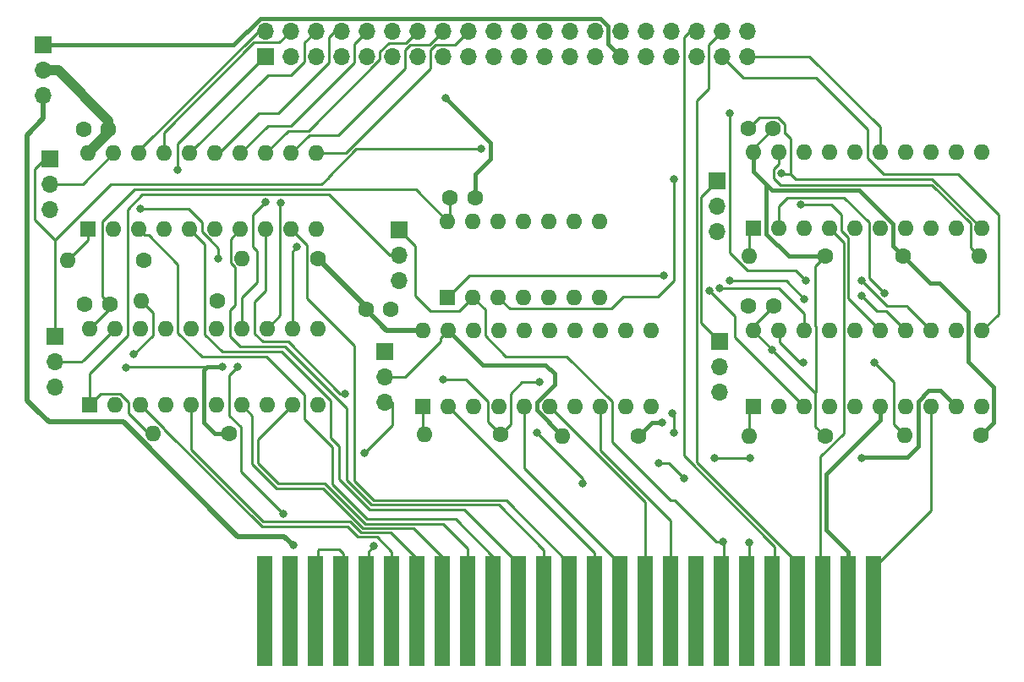
<source format=gbr>
%TF.GenerationSoftware,KiCad,Pcbnew,(6.0.7)*%
%TF.CreationDate,2022-12-14T18:08:10+00:00*%
%TF.ProjectId,MSX_DE1_Hat,4d53585f-4445-4315-9f48-61742e6b6963,1.1*%
%TF.SameCoordinates,Original*%
%TF.FileFunction,Copper,L1,Top*%
%TF.FilePolarity,Positive*%
%FSLAX46Y46*%
G04 Gerber Fmt 4.6, Leading zero omitted, Abs format (unit mm)*
G04 Created by KiCad (PCBNEW (6.0.7)) date 2022-12-14 18:08:10*
%MOMM*%
%LPD*%
G01*
G04 APERTURE LIST*
%TA.AperFunction,ComponentPad*%
%ADD10C,1.600000*%
%TD*%
%TA.AperFunction,ComponentPad*%
%ADD11R,1.700000X1.700000*%
%TD*%
%TA.AperFunction,ComponentPad*%
%ADD12O,1.700000X1.700000*%
%TD*%
%TA.AperFunction,ComponentPad*%
%ADD13R,1.600000X1.600000*%
%TD*%
%TA.AperFunction,ComponentPad*%
%ADD14O,1.600000X1.600000*%
%TD*%
%TA.AperFunction,ConnectorPad*%
%ADD15R,1.500000X11.000000*%
%TD*%
%TA.AperFunction,ViaPad*%
%ADD16C,0.800000*%
%TD*%
%TA.AperFunction,Conductor*%
%ADD17C,0.250000*%
%TD*%
%TA.AperFunction,Conductor*%
%ADD18C,0.400000*%
%TD*%
%TA.AperFunction,Conductor*%
%ADD19C,1.000000*%
%TD*%
%TA.AperFunction,Conductor*%
%ADD20C,0.500000*%
%TD*%
G04 APERTURE END LIST*
D10*
%TO.P,C1,1*%
%TO.N,GNDREF*%
X59396659Y-49582291D03*
%TO.P,C1,2*%
%TO.N,Vdd*%
X61896659Y-49582291D03*
%TD*%
%TO.P,C3,1*%
%TO.N,GNDREF*%
X90051103Y-50130479D03*
%TO.P,C3,2*%
%TO.N,Vdd*%
X87551103Y-50130479D03*
%TD*%
%TO.P,C2,1*%
%TO.N,GNDREF*%
X59282166Y-32103329D03*
%TO.P,C2,2*%
%TO.N,Vdd*%
X61782166Y-32103329D03*
%TD*%
D11*
%TO.P,J5,1,Pin_1*%
%TO.N,Net-(J3-Pad1)*%
X89408000Y-54356000D03*
D12*
%TO.P,J5,2,Pin_2*%
%TO.N,Net-(J5-Pad2)*%
X89408000Y-56896000D03*
%TO.P,J5,3,Pin_3*%
%TO.N,GNDREF*%
X89408000Y-59436000D03*
%TD*%
D11*
%TO.P,J1,1,Pin_1*%
%TO.N,C_D7*%
X77470000Y-24747500D03*
D12*
%TO.P,J1,2,Pin_2*%
%TO.N,C_A5*%
X77470000Y-22207500D03*
%TO.P,J1,3,Pin_3*%
%TO.N,C_D6*%
X80010000Y-24747500D03*
%TO.P,J1,4,Pin_4*%
%TO.N,C_A4*%
X80010000Y-22207500D03*
%TO.P,J1,5,Pin_5*%
%TO.N,C_D5*%
X82550000Y-24747500D03*
%TO.P,J1,6,Pin_6*%
%TO.N,C_A3*%
X82550000Y-22207500D03*
%TO.P,J1,7,Pin_7*%
%TO.N,C_D4*%
X85090000Y-24747500D03*
%TO.P,J1,8,Pin_8*%
%TO.N,C_A2*%
X85090000Y-22207500D03*
%TO.P,J1,9,Pin_9*%
%TO.N,C_D3*%
X87630000Y-24747500D03*
%TO.P,J1,10,Pin_10*%
%TO.N,C_A1*%
X87630000Y-22207500D03*
%TO.P,J1,11,Pin_11*%
%TO.N,unconnected-(J1-Pad11)*%
X90170000Y-24747500D03*
%TO.P,J1,12,Pin_12*%
%TO.N,GNDREF*%
X90170000Y-22207500D03*
%TO.P,J1,13,Pin_13*%
%TO.N,C_D2*%
X92710000Y-24747500D03*
%TO.P,J1,14,Pin_14*%
%TO.N,C_A0*%
X92710000Y-22207500D03*
%TO.P,J1,15,Pin_15*%
%TO.N,C_D1*%
X95250000Y-24747500D03*
%TO.P,J1,16,Pin_16*%
%TO.N,C_A14*%
X95250000Y-22207500D03*
%TO.P,J1,17,Pin_17*%
%TO.N,C_D0*%
X97790000Y-24747500D03*
%TO.P,J1,18,Pin_18*%
%TO.N,C_A13*%
X97790000Y-22207500D03*
%TO.P,J1,19,Pin_19*%
%TO.N,C_A12*%
X100330000Y-24747500D03*
%TO.P,J1,20,Pin_20*%
%TO.N,C_A8*%
X100330000Y-22207500D03*
%TO.P,J1,21,Pin_21*%
%TO.N,C_A7*%
X102870000Y-24747500D03*
%TO.P,J1,22,Pin_22*%
%TO.N,C_A6*%
X102870000Y-22207500D03*
%TO.P,J1,23,Pin_23*%
%TO.N,C_A10*%
X105410000Y-24747500D03*
%TO.P,J1,24,Pin_24*%
%TO.N,C_A11*%
X105410000Y-22207500D03*
%TO.P,J1,25,Pin_25*%
%TO.N,C_A15*%
X107950000Y-24747500D03*
%TO.P,J1,26,Pin_26*%
%TO.N,C_A9*%
X107950000Y-22207500D03*
%TO.P,J1,27,Pin_27*%
%TO.N,{slash}C_RD*%
X110490000Y-24747500D03*
%TO.P,J1,28,Pin_28*%
%TO.N,{slash}C_WR*%
X110490000Y-22207500D03*
%TO.P,J1,29,Pin_29*%
%TO.N,+3.3V*%
X113030000Y-24747500D03*
%TO.P,J1,30,Pin_30*%
%TO.N,GNDREF*%
X113030000Y-22207500D03*
%TO.P,J1,31,Pin_31*%
%TO.N,{slash}C_MREQ*%
X115570000Y-24747500D03*
%TO.P,J1,32,Pin_32*%
%TO.N,{slash}C_IORQ*%
X115570000Y-22207500D03*
%TO.P,J1,33,Pin_33*%
%TO.N,{slash}C_SLTSL*%
X118110000Y-24747500D03*
%TO.P,J1,34,Pin_34*%
%TO.N,{slash}C_CS1*%
X118110000Y-22207500D03*
%TO.P,J1,35,Pin_35*%
%TO.N,{slash}C_CS2*%
X120650000Y-24747500D03*
%TO.P,J1,36,Pin_36*%
%TO.N,{slash}BUSDIR*%
X120650000Y-22207500D03*
%TO.P,J1,37,Pin_37*%
%TO.N,{slash}C_M1*%
X123190000Y-24747500D03*
%TO.P,J1,38,Pin_38*%
%TO.N,{slash}INT*%
X123190000Y-22207500D03*
%TO.P,J1,39,Pin_39*%
%TO.N,C_CLOCK*%
X125730000Y-24747500D03*
%TO.P,J1,40,Pin_40*%
%TO.N,{slash}WAIT*%
X125730000Y-22207500D03*
%TD*%
D10*
%TO.P,C5,1*%
%TO.N,GNDREF*%
X125825897Y-31997953D03*
%TO.P,C5,2*%
%TO.N,Vdd*%
X128325897Y-31997953D03*
%TD*%
D13*
%TO.P,U5,1,DIR*%
%TO.N,Net-(R5-Pad2)*%
X126340094Y-41991078D03*
D14*
%TO.P,U5,2,A1*%
%TO.N,{slash}CS12*%
X128880094Y-41991078D03*
%TO.P,U5,3,A2*%
%TO.N,{slash}RESET*%
X131420094Y-41991078D03*
%TO.P,U5,4,A3*%
%TO.N,{slash}RFSH*%
X133960094Y-41991078D03*
%TO.P,U5,5,A4*%
%TO.N,CLOCK*%
X136500094Y-41991078D03*
%TO.P,U5,6,A5*%
%TO.N,unconnected-(U5-Pad6)*%
X139040094Y-41991078D03*
%TO.P,U5,7,A6*%
%TO.N,unconnected-(U5-Pad7)*%
X141580094Y-41991078D03*
%TO.P,U5,8,A7*%
%TO.N,unconnected-(U5-Pad8)*%
X144120094Y-41991078D03*
%TO.P,U5,9,A8*%
%TO.N,unconnected-(U5-Pad9)*%
X146660094Y-41991078D03*
%TO.P,U5,10,GND*%
%TO.N,GNDREF*%
X149200094Y-41991078D03*
%TO.P,U5,11,B8*%
%TO.N,unconnected-(U5-Pad11)*%
X149200094Y-34371078D03*
%TO.P,U5,12,B7*%
%TO.N,unconnected-(U5-Pad12)*%
X146660094Y-34371078D03*
%TO.P,U5,13,B6*%
%TO.N,unconnected-(U5-Pad13)*%
X144120094Y-34371078D03*
%TO.P,U5,14,B5*%
%TO.N,unconnected-(U5-Pad14)*%
X141580094Y-34371078D03*
%TO.P,U5,15,B4*%
%TO.N,C_CLOCK*%
X139040094Y-34371078D03*
%TO.P,U5,16,B3*%
%TO.N,{slash}C_RFSH*%
X136500094Y-34371078D03*
%TO.P,U5,17,B2*%
%TO.N,{slash}C_RESET*%
X133960094Y-34371078D03*
%TO.P,U5,18,B1*%
%TO.N,{slash}C_CS12*%
X131420094Y-34371078D03*
%TO.P,U5,19,/OE*%
%TO.N,Net-(J3-Pad2)*%
X128880094Y-34371078D03*
%TO.P,U5,20,Vcc*%
%TO.N,Vdd*%
X126340094Y-34371078D03*
%TD*%
D10*
%TO.P,C6,1*%
%TO.N,GNDREF*%
X98476309Y-38890789D03*
%TO.P,C6,2*%
%TO.N,Vdd*%
X95976309Y-38890789D03*
%TD*%
%TO.P,R4,1*%
%TO.N,Vdd*%
X101008467Y-62598010D03*
D14*
%TO.P,R4,2*%
%TO.N,Net-(R4-Pad2)*%
X93388467Y-62598010D03*
%TD*%
D11*
%TO.P,J2,1,Pin_1*%
%TO.N,{slash}RD*%
X90860506Y-42164000D03*
D12*
%TO.P,J2,2,Pin_2*%
%TO.N,Net-(J2-Pad2)*%
X90860506Y-44704000D03*
%TO.P,J2,3,Pin_3*%
%TO.N,unconnected-(J2-Pad3)*%
X90860506Y-47244000D03*
%TD*%
D13*
%TO.P,U3,1,DIR*%
%TO.N,Net-(R4-Pad2)*%
X93268761Y-59816810D03*
D14*
%TO.P,U3,2,A1*%
%TO.N,A8*%
X95808761Y-59816810D03*
%TO.P,U3,3,A2*%
%TO.N,A12*%
X98348761Y-59816810D03*
%TO.P,U3,4,A3*%
%TO.N,A7*%
X100888761Y-59816810D03*
%TO.P,U3,5,A4*%
%TO.N,A6*%
X103428761Y-59816810D03*
%TO.P,U3,6,A5*%
%TO.N,A10*%
X105968761Y-59816810D03*
%TO.P,U3,7,A6*%
%TO.N,A11*%
X108508761Y-59816810D03*
%TO.P,U3,8,A7*%
%TO.N,A15*%
X111048761Y-59816810D03*
%TO.P,U3,9,A8*%
%TO.N,A9*%
X113588761Y-59816810D03*
%TO.P,U3,10,GND*%
%TO.N,GNDREF*%
X116128761Y-59816810D03*
%TO.P,U3,11,B8*%
%TO.N,C_A9*%
X116128761Y-52196810D03*
%TO.P,U3,12,B7*%
%TO.N,C_A15*%
X113588761Y-52196810D03*
%TO.P,U3,13,B6*%
%TO.N,C_A11*%
X111048761Y-52196810D03*
%TO.P,U3,14,B5*%
%TO.N,C_A10*%
X108508761Y-52196810D03*
%TO.P,U3,15,B4*%
%TO.N,C_A6*%
X105968761Y-52196810D03*
%TO.P,U3,16,B3*%
%TO.N,C_A7*%
X103428761Y-52196810D03*
%TO.P,U3,17,B2*%
%TO.N,C_A12*%
X100888761Y-52196810D03*
%TO.P,U3,18,B1*%
%TO.N,C_A8*%
X98348761Y-52196810D03*
%TO.P,U3,19,/OE*%
%TO.N,Net-(J5-Pad2)*%
X95808761Y-52196810D03*
%TO.P,U3,20,Vcc*%
%TO.N,Vdd*%
X93268761Y-52196810D03*
%TD*%
D15*
%TO.P,CONN1,2,/CS2*%
%TO.N,{slash}CS2*%
X138382025Y-80314405D03*
%TO.P,CONN1,4,/SLTSL*%
%TO.N,{slash}SLTSL*%
X135842025Y-80314405D03*
%TO.P,CONN1,6,/RFSH*%
%TO.N,{slash}RFSH*%
X133302025Y-80314405D03*
%TO.P,CONN1,8,/INT*%
%TO.N,{slash}INT*%
X130762025Y-80314405D03*
%TO.P,CONN1,10,/BUSDIR*%
%TO.N,{slash}BUSDIR*%
X128222025Y-80314405D03*
%TO.P,CONN1,12,/MERQ*%
%TO.N,{slash}MREQ*%
X125682025Y-80314405D03*
%TO.P,CONN1,14,/RD*%
%TO.N,{slash}RD*%
X123142025Y-80314405D03*
%TO.P,CONN1,16,RSV_(NC)*%
%TO.N,unconnected-(CONN1-Pad16)*%
X120602025Y-80314405D03*
%TO.P,CONN1,18,A15*%
%TO.N,A15*%
X118062025Y-80314405D03*
%TO.P,CONN1,20,A10*%
%TO.N,A10*%
X115522025Y-80314405D03*
%TO.P,CONN1,22,A6*%
%TO.N,A6*%
X112982025Y-80314405D03*
%TO.P,CONN1,24,A8*%
%TO.N,A8*%
X110442025Y-80314405D03*
%TO.P,CONN1,26,A13*%
%TO.N,A13*%
X107902025Y-80314405D03*
%TO.P,CONN1,28,A0*%
%TO.N,A0*%
X105362025Y-80314405D03*
%TO.P,CONN1,30,A2*%
%TO.N,A2*%
X102822025Y-80314405D03*
%TO.P,CONN1,32,A4*%
%TO.N,A4*%
X100282025Y-80314405D03*
%TO.P,CONN1,34,D0*%
%TO.N,D0*%
X97742025Y-80314405D03*
%TO.P,CONN1,36,D2*%
%TO.N,D2*%
X95202025Y-80314405D03*
%TO.P,CONN1,38,D4*%
%TO.N,D4*%
X92662025Y-80314405D03*
%TO.P,CONN1,40,D6*%
%TO.N,D6*%
X90122025Y-80314405D03*
%TO.P,CONN1,42,CLOCK*%
%TO.N,CLOCK*%
X87582025Y-80314405D03*
%TO.P,CONN1,44,SW1*%
%TO.N,SW1*%
X85042025Y-80314405D03*
%TO.P,CONN1,46,SW2*%
X82502025Y-80314405D03*
%TO.P,CONN1,48,+12V*%
%TO.N,+12V*%
X79962025Y-80314405D03*
%TO.P,CONN1,50,-12V*%
%TO.N,-12V*%
X77422025Y-80314405D03*
%TD*%
D11*
%TO.P,J3,1,Pin_1*%
%TO.N,Net-(J3-Pad1)*%
X122689074Y-37226609D03*
D12*
%TO.P,J3,2,Pin_2*%
%TO.N,Net-(J3-Pad2)*%
X122689074Y-39766609D03*
%TO.P,J3,3,Pin_3*%
%TO.N,GNDREF*%
X122689074Y-42306609D03*
%TD*%
D11*
%TO.P,J4,1,Pin_1*%
%TO.N,Net-(J3-Pad1)*%
X122995848Y-53340000D03*
D12*
%TO.P,J4,2,Pin_2*%
%TO.N,Net-(J4-Pad2)*%
X122995848Y-55880000D03*
%TO.P,J4,3,Pin_3*%
%TO.N,GNDREF*%
X122995848Y-58420000D03*
%TD*%
D11*
%TO.P,J7,1,Pin_1*%
%TO.N,Net-(J3-Pad1)*%
X56388000Y-52832000D03*
D12*
%TO.P,J7,2,Pin_2*%
%TO.N,Net-(J7-Pad2)*%
X56388000Y-55372000D03*
%TO.P,J7,3,Pin_3*%
%TO.N,GNDREF*%
X56388000Y-57912000D03*
%TD*%
D10*
%TO.P,R10,1*%
%TO.N,Vdd*%
X72671821Y-49259272D03*
D14*
%TO.P,R10,2*%
%TO.N,Net-(J7-Pad2)*%
X65051821Y-49259272D03*
%TD*%
D10*
%TO.P,R5,1*%
%TO.N,Vdd*%
X133528705Y-44789838D03*
D14*
%TO.P,R5,2*%
%TO.N,Net-(R5-Pad2)*%
X125908705Y-44789838D03*
%TD*%
D10*
%TO.P,R7,1*%
%TO.N,Vdd*%
X141349182Y-44801723D03*
D14*
%TO.P,R7,2*%
%TO.N,Net-(J3-Pad2)*%
X148969182Y-44801723D03*
%TD*%
D10*
%TO.P,R8,1*%
%TO.N,Vdd*%
X114841727Y-62777861D03*
D14*
%TO.P,R8,2*%
%TO.N,Net-(J5-Pad2)*%
X107221727Y-62777861D03*
%TD*%
D10*
%TO.P,R2,1*%
%TO.N,Vdd*%
X73826094Y-62523366D03*
D14*
%TO.P,R2,2*%
%TO.N,Net-(J2-Pad2)*%
X66206094Y-62523366D03*
%TD*%
D13*
%TO.P,U6,1*%
%TO.N,{slash}WR*%
X95735371Y-48920285D03*
D14*
%TO.P,U6,2*%
%TO.N,{slash}RD*%
X98275371Y-48920285D03*
%TO.P,U6,3*%
%TO.N,Net-(J3-Pad1)*%
X100815371Y-48920285D03*
%TO.P,U6,4*%
%TO.N,unconnected-(U6-Pad4)*%
X103355371Y-48920285D03*
%TO.P,U6,5*%
%TO.N,unconnected-(U6-Pad5)*%
X105895371Y-48920285D03*
%TO.P,U6,6*%
%TO.N,unconnected-(U6-Pad6)*%
X108435371Y-48920285D03*
%TO.P,U6,7,VSS*%
%TO.N,GNDREF*%
X110975371Y-48920285D03*
%TO.P,U6,8*%
%TO.N,unconnected-(U6-Pad8)*%
X110975371Y-41300285D03*
%TO.P,U6,9*%
%TO.N,unconnected-(U6-Pad9)*%
X108435371Y-41300285D03*
%TO.P,U6,10*%
%TO.N,unconnected-(U6-Pad10)*%
X105895371Y-41300285D03*
%TO.P,U6,11*%
%TO.N,unconnected-(U6-Pad11)*%
X103355371Y-41300285D03*
%TO.P,U6,12*%
%TO.N,unconnected-(U6-Pad12)*%
X100815371Y-41300285D03*
%TO.P,U6,13*%
%TO.N,unconnected-(U6-Pad13)*%
X98275371Y-41300285D03*
%TO.P,U6,14,VDD*%
%TO.N,Vdd*%
X95735371Y-41300285D03*
%TD*%
D10*
%TO.P,R3,1*%
%TO.N,Vdd*%
X133519314Y-62790942D03*
D14*
%TO.P,R3,2*%
%TO.N,Net-(R3-Pad2)*%
X125899314Y-62790942D03*
%TD*%
D13*
%TO.P,U1,1,DIR*%
%TO.N,Net-(J2-Pad2)*%
X59838625Y-59680000D03*
D14*
%TO.P,U1,2,A1*%
%TO.N,D7*%
X62378625Y-59680000D03*
%TO.P,U1,3,A2*%
%TO.N,D6*%
X64918625Y-59680000D03*
%TO.P,U1,4,A3*%
%TO.N,D5*%
X67458625Y-59680000D03*
%TO.P,U1,5,A4*%
%TO.N,D4*%
X69998625Y-59680000D03*
%TO.P,U1,6,A5*%
%TO.N,D3*%
X72538625Y-59680000D03*
%TO.P,U1,7,A6*%
%TO.N,D2*%
X75078625Y-59680000D03*
%TO.P,U1,8,A7*%
%TO.N,D1*%
X77618625Y-59680000D03*
%TO.P,U1,9,A8*%
%TO.N,D0*%
X80158625Y-59680000D03*
%TO.P,U1,10,GND*%
%TO.N,GNDREF*%
X82698625Y-59680000D03*
%TO.P,U1,11,B8*%
%TO.N,C_D0*%
X82698625Y-52060000D03*
%TO.P,U1,12,B7*%
%TO.N,C_D1*%
X80158625Y-52060000D03*
%TO.P,U1,13,B6*%
%TO.N,C_D2*%
X77618625Y-52060000D03*
%TO.P,U1,14,B5*%
%TO.N,C_D3*%
X75078625Y-52060000D03*
%TO.P,U1,15,B4*%
%TO.N,C_D4*%
X72538625Y-52060000D03*
%TO.P,U1,16,B3*%
%TO.N,C_D5*%
X69998625Y-52060000D03*
%TO.P,U1,17,B2*%
%TO.N,C_D6*%
X67458625Y-52060000D03*
%TO.P,U1,18,B1*%
%TO.N,C_D7*%
X64918625Y-52060000D03*
%TO.P,U1,19,/OE*%
%TO.N,Net-(J7-Pad2)*%
X62378625Y-52060000D03*
%TO.P,U1,20,Vcc*%
%TO.N,Vdd*%
X59838625Y-52060000D03*
%TD*%
%TO.P,R9,2*%
%TO.N,Net-(J6-Pad2)*%
X75118457Y-44999999D03*
D10*
%TO.P,R9,1*%
%TO.N,Vdd*%
X82738457Y-44999999D03*
%TD*%
D13*
%TO.P,U2,1,DIR*%
%TO.N,Net-(R1-Pad2)*%
X59751269Y-42090750D03*
D14*
%TO.P,U2,2,A1*%
%TO.N,A5*%
X62291269Y-42090750D03*
%TO.P,U2,3,A2*%
%TO.N,A4*%
X64831269Y-42090750D03*
%TO.P,U2,4,A3*%
%TO.N,A3*%
X67371269Y-42090750D03*
%TO.P,U2,5,A4*%
%TO.N,A2*%
X69911269Y-42090750D03*
%TO.P,U2,6,A5*%
%TO.N,A1*%
X72451269Y-42090750D03*
%TO.P,U2,7,A6*%
%TO.N,A0*%
X74991269Y-42090750D03*
%TO.P,U2,8,A7*%
%TO.N,A14*%
X77531269Y-42090750D03*
%TO.P,U2,9,A8*%
%TO.N,A13*%
X80071269Y-42090750D03*
%TO.P,U2,10,GND*%
%TO.N,GNDREF*%
X82611269Y-42090750D03*
%TO.P,U2,11,B8*%
%TO.N,C_A13*%
X82611269Y-34470750D03*
%TO.P,U2,12,B7*%
%TO.N,C_A14*%
X80071269Y-34470750D03*
%TO.P,U2,13,B6*%
%TO.N,C_A0*%
X77531269Y-34470750D03*
%TO.P,U2,14,B5*%
%TO.N,C_A1*%
X74991269Y-34470750D03*
%TO.P,U2,15,B4*%
%TO.N,C_A2*%
X72451269Y-34470750D03*
%TO.P,U2,16,B3*%
%TO.N,C_A3*%
X69911269Y-34470750D03*
%TO.P,U2,17,B2*%
%TO.N,C_A4*%
X67371269Y-34470750D03*
%TO.P,U2,18,B1*%
%TO.N,C_A5*%
X64831269Y-34470750D03*
%TO.P,U2,19,/OE*%
%TO.N,Net-(J6-Pad2)*%
X62291269Y-34470750D03*
%TO.P,U2,20,Vcc*%
%TO.N,Vdd*%
X59751269Y-34470750D03*
%TD*%
D10*
%TO.P,R1,1*%
%TO.N,Vdd*%
X65278000Y-45212000D03*
D14*
%TO.P,R1,2*%
%TO.N,Net-(R1-Pad2)*%
X57658000Y-45212000D03*
%TD*%
D10*
%TO.P,R6,1*%
%TO.N,Vdd*%
X149087772Y-62738091D03*
D14*
%TO.P,R6,2*%
%TO.N,Net-(J4-Pad2)*%
X141467772Y-62738091D03*
%TD*%
D10*
%TO.P,C4,1*%
%TO.N,GNDREF*%
X125844258Y-49804272D03*
%TO.P,C4,2*%
%TO.N,Vdd*%
X128344258Y-49804272D03*
%TD*%
D11*
%TO.P,J8,1,Pin_1*%
%TO.N,+3.3V*%
X55247838Y-23631758D03*
D12*
%TO.P,J8,2,Pin_2*%
%TO.N,Vdd*%
X55247838Y-26171758D03*
%TO.P,J8,3,Pin_3*%
%TO.N,+5V*%
X55247838Y-28711758D03*
%TD*%
D11*
%TO.P,J6,1,Pin_1*%
%TO.N,Net-(J3-Pad1)*%
X55880000Y-35052000D03*
D12*
%TO.P,J6,2,Pin_2*%
%TO.N,Net-(J6-Pad2)*%
X55880000Y-37592000D03*
%TO.P,J6,3,Pin_3*%
%TO.N,GNDREF*%
X55880000Y-40132000D03*
%TD*%
D13*
%TO.P,U4,1,DIR*%
%TO.N,Net-(R3-Pad2)*%
X126356514Y-59858244D03*
D14*
%TO.P,U4,2,A1*%
%TO.N,{slash}RD*%
X128896514Y-59858244D03*
%TO.P,U4,3,A2*%
%TO.N,{slash}WR*%
X131436514Y-59858244D03*
%TO.P,U4,4,A3*%
%TO.N,{slash}MREQ*%
X133976514Y-59858244D03*
%TO.P,U4,5,A4*%
%TO.N,{slash}IORQ*%
X136516514Y-59858244D03*
%TO.P,U4,6,A5*%
%TO.N,{slash}SLTSL*%
X139056514Y-59858244D03*
%TO.P,U4,7,A6*%
%TO.N,{slash}CS1*%
X141596514Y-59858244D03*
%TO.P,U4,8,A7*%
%TO.N,{slash}CS2*%
X144136514Y-59858244D03*
%TO.P,U4,9,A8*%
%TO.N,{slash}M1*%
X146676514Y-59858244D03*
%TO.P,U4,10,GND*%
%TO.N,GNDREF*%
X149216514Y-59858244D03*
%TO.P,U4,11,B8*%
%TO.N,{slash}C_M1*%
X149216514Y-52238244D03*
%TO.P,U4,12,B7*%
%TO.N,{slash}C_CS2*%
X146676514Y-52238244D03*
%TO.P,U4,13,B6*%
%TO.N,{slash}C_CS1*%
X144136514Y-52238244D03*
%TO.P,U4,14,B5*%
%TO.N,{slash}C_SLTSL*%
X141596514Y-52238244D03*
%TO.P,U4,15,B4*%
%TO.N,{slash}C_IORQ*%
X139056514Y-52238244D03*
%TO.P,U4,16,B3*%
%TO.N,{slash}C_MREQ*%
X136516514Y-52238244D03*
%TO.P,U4,17,B2*%
%TO.N,{slash}C_WR*%
X133976514Y-52238244D03*
%TO.P,U4,18,B1*%
%TO.N,{slash}C_RD*%
X131436514Y-52238244D03*
%TO.P,U4,19,/OE*%
%TO.N,Net-(J4-Pad2)*%
X128896514Y-52238244D03*
%TO.P,U4,20,Vcc*%
%TO.N,Vdd*%
X126356514Y-52238244D03*
%TD*%
D16*
%TO.N,GNDREF*%
X95502725Y-28955089D03*
%TO.N,Net-(J4-Pad2)*%
X138465547Y-55462999D03*
X131349270Y-55436544D03*
%TO.N,GNDREF*%
X129127176Y-36481632D03*
X109220000Y-67564000D03*
X118239558Y-60536449D03*
X87376000Y-64516000D03*
X104648000Y-62484000D03*
X118364000Y-62484000D03*
%TO.N,{slash}C_CS1*%
X137160000Y-47244000D03*
%TO.N,{slash}C_SLTSL*%
X137160000Y-48768000D03*
%TO.N,{slash}C_IORQ*%
X131064000Y-39624000D03*
%TO.N,+5V*%
X80260003Y-73721274D03*
%TO.N,{slash}C_MREQ*%
X123952000Y-30480000D03*
X131572000Y-47244000D03*
%TO.N,{slash}C_RD*%
X122971349Y-47983609D03*
%TO.N,C_D7*%
X68662042Y-36167567D03*
%TO.N,C_D2*%
X78990485Y-39399985D03*
%TO.N,C_D1*%
X80650904Y-43822113D03*
%TO.N,{slash}CS12*%
X139464507Y-48495493D03*
%TO.N,{slash}M1*%
X137160000Y-65000000D03*
%TO.N,{slash}MREQ*%
X125920514Y-73488871D03*
%TO.N,{slash}WR*%
X117348000Y-46736000D03*
X121920000Y-48260000D03*
%TO.N,{slash}RD*%
X123295831Y-73358388D03*
%TO.N,A14*%
X85461637Y-58562351D03*
%TO.N,CLOCK*%
X79248000Y-70612000D03*
X125984000Y-65024000D03*
X122428000Y-65024000D03*
X74676000Y-55880000D03*
X116840000Y-65532000D03*
X88362534Y-73819699D03*
X119380000Y-67056000D03*
%TO.N,{slash}C_WR*%
X123952000Y-47244000D03*
X131449423Y-49046164D03*
%TO.N,Net-(J3-Pad1)*%
X118364000Y-37084000D03*
X99060000Y-34036000D03*
%TO.N,Net-(J6-Pad2)*%
X72735151Y-44989548D03*
X65000000Y-40000000D03*
%TO.N,C_D3*%
X77470000Y-39370000D03*
%TO.N,Net-(J7-Pad2)*%
X64259272Y-54629636D03*
%TO.N,Vdd*%
X73152000Y-55880000D03*
X63501085Y-55974542D03*
X95250000Y-57150000D03*
X104937292Y-57405939D03*
X117222182Y-61441817D03*
X128245135Y-54126865D03*
%TD*%
D17*
%TO.N,A0*%
X105362025Y-74231583D02*
X105362025Y-80314405D01*
X100828216Y-69697774D02*
X105362025Y-74231583D01*
X88114170Y-69697774D02*
X100828216Y-69697774D01*
X85598836Y-67182440D02*
X88114170Y-69697774D01*
X85598836Y-59975244D02*
X85598836Y-67182440D01*
X79471592Y-53848000D02*
X85598836Y-59975244D01*
X74404282Y-49717817D02*
X73941817Y-50180282D01*
X73941817Y-52850985D02*
X74938832Y-53848000D01*
X74404282Y-45876815D02*
X74404282Y-49717817D01*
X74938832Y-53848000D02*
X79471592Y-53848000D01*
X73993457Y-45465990D02*
X74404282Y-45876815D01*
X73993457Y-43088562D02*
X73993457Y-45465990D01*
X74991269Y-42090750D02*
X73993457Y-43088562D01*
X73941817Y-50180282D02*
X73941817Y-52850985D01*
%TO.N,Vdd*%
X104922507Y-57420724D02*
X104937292Y-57405939D01*
X103130545Y-57420724D02*
X104922507Y-57420724D01*
D18*
%TO.N,Net-(J5-Pad2)*%
X99286674Y-55674723D02*
X95808761Y-52196810D01*
X106410463Y-57678051D02*
X106410463Y-56547189D01*
X105537997Y-55674723D02*
X99286674Y-55674723D01*
X104647272Y-60203406D02*
X104647272Y-59441242D01*
X106410463Y-56547189D02*
X105537997Y-55674723D01*
X107221727Y-62777861D02*
X104647272Y-60203406D01*
X104647272Y-59441242D02*
X106410463Y-57678051D01*
%TO.N,{slash}SLTSL*%
X135842025Y-74417844D02*
X135842025Y-80314405D01*
%TO.N,GNDREF*%
X100000000Y-33452364D02*
X95502725Y-28955089D01*
X100000000Y-35000000D02*
X100000000Y-33452364D01*
X98476309Y-36523691D02*
X100000000Y-35000000D01*
X98476309Y-38890789D02*
X98476309Y-36523691D01*
%TO.N,+3.3V*%
X111776908Y-21726641D02*
X111776908Y-23494408D01*
X111776908Y-23494408D02*
X113030000Y-24747500D01*
%TO.N,{slash}SLTSL*%
X133590546Y-72166365D02*
X135842025Y-74417844D01*
X139056514Y-61162575D02*
X133590546Y-66628543D01*
X139056514Y-59858244D02*
X139056514Y-61162575D01*
X133590546Y-66628543D02*
X133590546Y-72166365D01*
D17*
%TO.N,{slash}RFSH*%
X135391514Y-62509733D02*
X135391514Y-43422498D01*
X133026182Y-64875065D02*
X135391514Y-62509733D01*
X133026182Y-80006416D02*
X133026182Y-64875065D01*
X135391514Y-43422498D02*
X133960094Y-41991078D01*
X133529749Y-80509983D02*
X133026182Y-80006416D01*
D18*
%TO.N,{slash}M1*%
X143875637Y-58267359D02*
X145085629Y-58267359D01*
X142817454Y-59325542D02*
X143875637Y-58267359D01*
X142817454Y-63822816D02*
X142817454Y-59325542D01*
X137252547Y-64907453D02*
X141732817Y-64907453D01*
X137160000Y-65000000D02*
X137252547Y-64907453D01*
X141732817Y-64907453D02*
X142817454Y-63822816D01*
X145085629Y-58267359D02*
X146676514Y-59858244D01*
D17*
%TO.N,Net-(J4-Pad2)*%
X140357180Y-61627499D02*
X141467772Y-62738091D01*
X138465547Y-55462999D02*
X140357180Y-57354632D01*
X140357180Y-57354632D02*
X140357180Y-61627499D01*
X131031816Y-55436544D02*
X131349270Y-55436544D01*
X128994815Y-53399543D02*
X131031816Y-55436544D01*
X128896514Y-52238244D02*
X128994815Y-52336545D01*
X128994815Y-52336545D02*
X128994815Y-53399543D01*
D18*
%TO.N,Vdd*%
X140291000Y-43743541D02*
X140291000Y-41544927D01*
X141349182Y-44801723D02*
X140291000Y-43743541D01*
X144047459Y-47500000D02*
X141349182Y-44801723D01*
X145000000Y-47500000D02*
X144047459Y-47500000D01*
X127500000Y-37500000D02*
X127617575Y-37617575D01*
X127500000Y-37500000D02*
X126340094Y-36340094D01*
X127617575Y-37617575D02*
X127617575Y-42531353D01*
X128170632Y-38170632D02*
X127500000Y-37500000D01*
X127617575Y-42531353D02*
X129876060Y-44789838D01*
X129876060Y-44789838D02*
X133528705Y-44789838D01*
X126340094Y-36340094D02*
X126340094Y-34371078D01*
X140291000Y-41544927D02*
X136916705Y-38170632D01*
X136916705Y-38170632D02*
X128170632Y-38170632D01*
D17*
%TO.N,Net-(J3-Pad2)*%
X148073048Y-43905589D02*
X148969182Y-44801723D01*
X148073048Y-41500428D02*
X148073048Y-43905589D01*
X128402176Y-36999996D02*
X129047812Y-37645632D01*
X144218252Y-37645632D02*
X148073048Y-41500428D01*
X128880094Y-35555541D02*
X128402176Y-36033459D01*
X128402176Y-36033459D02*
X128402176Y-36999996D01*
X129047812Y-37645632D02*
X144218252Y-37645632D01*
X128880094Y-34371078D02*
X128880094Y-35555541D01*
%TO.N,GNDREF*%
X129192544Y-36547000D02*
X130077000Y-36547000D01*
X129127176Y-36481632D02*
X129192544Y-36547000D01*
%TO.N,{slash}CS12*%
X128880094Y-39775906D02*
X128880094Y-41991078D01*
X137915094Y-41407184D02*
X135396907Y-38888997D01*
X135396907Y-38888997D02*
X129767003Y-38888997D01*
X137915094Y-46946080D02*
X137915094Y-41407184D01*
X129767003Y-38888997D02*
X128880094Y-39775906D01*
X139464507Y-48495493D02*
X137915094Y-46946080D01*
D19*
%TO.N,Vdd*%
X61782166Y-32439853D02*
X59751269Y-34470750D01*
X61782166Y-32103329D02*
X61782166Y-32439853D01*
D17*
%TO.N,C_D3*%
X75078625Y-48919832D02*
X75078625Y-52060000D01*
X76611669Y-44223998D02*
X76611669Y-47386788D01*
X76200000Y-40640000D02*
X76200000Y-43812329D01*
X76200000Y-43812329D02*
X76611669Y-44223998D01*
X77470000Y-39370000D02*
X76200000Y-40640000D01*
X76611669Y-47386788D02*
X75078625Y-48919832D01*
D18*
%TO.N,+3.3V*%
X74277975Y-23631758D02*
X55247838Y-23631758D01*
X76952233Y-20957500D02*
X74277975Y-23631758D01*
X111776908Y-21726641D02*
X111007767Y-20957500D01*
X111007767Y-20957500D02*
X76952233Y-20957500D01*
D17*
%TO.N,GNDREF*%
X87376000Y-64516000D02*
X90162925Y-61729075D01*
X118364000Y-60660891D02*
X118239558Y-60536449D01*
X104648000Y-62484000D02*
X109220000Y-67056000D01*
X149200094Y-41991078D02*
X144235016Y-37026000D01*
X144235016Y-37026000D02*
X130556000Y-37026000D01*
X130048000Y-33020000D02*
X129540000Y-32512000D01*
X130048000Y-36518000D02*
X130048000Y-34036000D01*
X129450897Y-31531962D02*
X128791888Y-30872953D01*
X90162925Y-59436000D02*
X90162925Y-61729075D01*
X109220000Y-67056000D02*
X109220000Y-67564000D01*
X118364000Y-62484000D02*
X118364000Y-60660891D01*
X130077000Y-36547000D02*
X130048000Y-36518000D01*
X130556000Y-37026000D02*
X130077000Y-36547000D01*
X130048000Y-34036000D02*
X130048000Y-33020000D01*
X128791888Y-30872953D02*
X126950897Y-30872953D01*
X129450897Y-32463944D02*
X129450897Y-31531962D01*
X126950897Y-30872953D02*
X125825897Y-31997953D01*
%TO.N,{slash}C_CS1*%
X141732000Y-49833730D02*
X144136514Y-52238244D01*
X137160000Y-47244000D02*
X139700000Y-49784000D01*
X141732000Y-49784000D02*
X141732000Y-49833730D01*
X139700000Y-49784000D02*
X141732000Y-49784000D01*
%TO.N,{slash}C_SLTSL*%
X137160000Y-48768000D02*
X138684000Y-50292000D01*
X139650270Y-50292000D02*
X141596514Y-52238244D01*
X138684000Y-50292000D02*
X139650270Y-50292000D01*
%TO.N,{slash}C_IORQ*%
X135128000Y-42209975D02*
X135841514Y-42923489D01*
X134620000Y-40132000D02*
X135128000Y-40640000D01*
X135128000Y-40640000D02*
X135128000Y-42164000D01*
X135841514Y-42929627D02*
X135844583Y-42926558D01*
X135128000Y-42164000D02*
X135128000Y-42209975D01*
X131064000Y-39624000D02*
X134112000Y-39624000D01*
X135841514Y-49023244D02*
X135841514Y-42929627D01*
X134112000Y-39624000D02*
X134620000Y-40132000D01*
X139056514Y-52238244D02*
X135841514Y-49023244D01*
D20*
%TO.N,+5V*%
X54523817Y-60141090D02*
X55781879Y-61399152D01*
X63276000Y-61394787D02*
X74720668Y-72839455D01*
X58844729Y-61399152D02*
X61399152Y-61399152D01*
X55781879Y-61399152D02*
X58844729Y-61399152D01*
X75798001Y-72839455D02*
X79378184Y-72839455D01*
X53597908Y-32632361D02*
X53597908Y-59215181D01*
X79378184Y-72839455D02*
X80260003Y-73721274D01*
X55247838Y-28711758D02*
X55247838Y-30982431D01*
X55247838Y-30982431D02*
X53597908Y-32632361D01*
X61399152Y-61399152D02*
X61403517Y-61394787D01*
X53597908Y-59215181D02*
X54523817Y-60141090D01*
X74720668Y-72839455D02*
X75798001Y-72839455D01*
X61403517Y-61394787D02*
X63276000Y-61394787D01*
D17*
%TO.N,{slash}C_MREQ*%
X123952000Y-33528000D02*
X123952000Y-30480000D01*
X123952000Y-33528000D02*
X123952000Y-44424124D01*
X130556000Y-46228000D02*
X131572000Y-47244000D01*
X125755876Y-46228000D02*
X130556000Y-46228000D01*
X123952000Y-44424124D02*
X125755876Y-46228000D01*
%TO.N,{slash}C_RD*%
X122971349Y-47983609D02*
X128861382Y-47983609D01*
X131436514Y-50558741D02*
X131436514Y-52238244D01*
X128861382Y-47983609D02*
X131436514Y-50558741D01*
%TO.N,C_CLOCK*%
X131935500Y-24747500D02*
X139040094Y-31852094D01*
X125730000Y-24747500D02*
X131935500Y-24747500D01*
X139040094Y-31852094D02*
X139040094Y-34371078D01*
%TO.N,C_D7*%
X77385917Y-24747500D02*
X68662042Y-33471375D01*
X77470000Y-24747500D02*
X77385917Y-24747500D01*
X68662042Y-33471375D02*
X68662042Y-36167567D01*
%TO.N,C_D2*%
X77618625Y-52060000D02*
X78946269Y-50732356D01*
X78946269Y-50732356D02*
X78946269Y-39444201D01*
X78946269Y-39444201D02*
X78990485Y-39399985D01*
%TO.N,C_D1*%
X80158625Y-44314392D02*
X80650904Y-43822113D01*
X80158625Y-52060000D02*
X80158625Y-44314392D01*
%TO.N,{slash}C_M1*%
X139380059Y-36576000D02*
X146812000Y-36576000D01*
X150876000Y-40640000D02*
X150876000Y-50578758D01*
X146812000Y-36576000D02*
X150876000Y-40640000D01*
X137774341Y-34970282D02*
X139380059Y-36576000D01*
X123190000Y-24747500D02*
X125366500Y-26924000D01*
X132588000Y-26924000D02*
X137774341Y-32110341D01*
X137774341Y-32110341D02*
X137774341Y-34970282D01*
X125366500Y-26924000D02*
X132588000Y-26924000D01*
X150876000Y-50578758D02*
X149216514Y-52238244D01*
%TO.N,Net-(J2-Pad2)*%
X65130909Y-38608000D02*
X83820000Y-38608000D01*
X59838625Y-59680000D02*
X59838625Y-56528281D01*
X89916000Y-44704000D02*
X90860506Y-44704000D01*
X60963625Y-58555000D02*
X62906996Y-58555000D01*
X63783267Y-59431271D02*
X63783267Y-60489453D01*
X65817180Y-62523366D02*
X66206094Y-62523366D01*
X63660936Y-52705970D02*
X63660936Y-40077973D01*
X59838625Y-59680000D02*
X60963625Y-58555000D01*
X63660936Y-40077973D02*
X65130909Y-38608000D01*
X83820000Y-38608000D02*
X89916000Y-44704000D01*
X59838625Y-56528281D02*
X63660936Y-52705970D01*
X62906996Y-58555000D02*
X63783267Y-59431271D01*
X63783267Y-60489453D02*
X65817180Y-62523366D01*
%TO.N,{slash}CS2*%
X138609749Y-80509983D02*
X138609749Y-75759983D01*
X138609749Y-75759983D02*
X144136514Y-70233218D01*
X144136514Y-70233218D02*
X144136514Y-59858244D01*
%TO.N,{slash}INT*%
X130989749Y-75759983D02*
X120650000Y-65420234D01*
X121825000Y-28035000D02*
X121825000Y-23572500D01*
X120650000Y-29210000D02*
X121825000Y-28035000D01*
X130989749Y-80509983D02*
X130989749Y-75759983D01*
X120650000Y-65420234D02*
X120650000Y-29210000D01*
X121825000Y-23572500D02*
X123190000Y-22207500D01*
%TO.N,{slash}BUSDIR*%
X120032500Y-22207500D02*
X119380000Y-22860000D01*
X119380000Y-22860000D02*
X119380000Y-64786630D01*
X120650000Y-22207500D02*
X120032500Y-22207500D01*
X128449749Y-73856379D02*
X128449749Y-80509983D01*
X119380000Y-64786630D02*
X128449749Y-73856379D01*
%TO.N,{slash}MREQ*%
X125909749Y-73499636D02*
X125920514Y-73488871D01*
X125909749Y-80509983D02*
X125909749Y-73499636D01*
%TO.N,{slash}WR*%
X97919656Y-46736000D02*
X101600000Y-46736000D01*
X116840000Y-46736000D02*
X117348000Y-46736000D01*
X131436514Y-59858244D02*
X124460000Y-52881730D01*
X101600000Y-46736000D02*
X116840000Y-46736000D01*
X124460000Y-50800000D02*
X121920000Y-48260000D01*
X124460000Y-52881730D02*
X124460000Y-50800000D01*
X95735371Y-48920285D02*
X97919656Y-46736000D01*
%TO.N,{slash}RD*%
X122634388Y-73358388D02*
X123295831Y-73358388D01*
X98275371Y-48920285D02*
X96903656Y-50292000D01*
X123369749Y-73432306D02*
X123295831Y-73358388D01*
X96903656Y-50292000D02*
X93980000Y-50292000D01*
X118030199Y-69236025D02*
X118512025Y-69236025D01*
X107660178Y-54828178D02*
X112173761Y-59341761D01*
X112173761Y-63379587D02*
X118030199Y-69236025D01*
X92456000Y-48768000D02*
X92456000Y-43759494D01*
X98275371Y-48920285D02*
X99473761Y-50118675D01*
X99473761Y-52758668D02*
X101543271Y-54828178D01*
X93980000Y-50292000D02*
X92456000Y-48768000D01*
X99473761Y-50118675D02*
X99473761Y-52758668D01*
X118512025Y-69236025D02*
X122634388Y-73358388D01*
X92456000Y-43759494D02*
X90860506Y-42164000D01*
X112173761Y-59341761D02*
X112173761Y-63379587D01*
X123369749Y-80509983D02*
X123369749Y-73432306D01*
X101543271Y-54828178D02*
X107660178Y-54828178D01*
%TO.N,A15*%
X118062025Y-80314405D02*
X118062025Y-71273678D01*
X118062025Y-71273678D02*
X111048761Y-64260414D01*
X111048761Y-64260414D02*
X111048761Y-59816810D01*
%TO.N,A10*%
X115522025Y-80314405D02*
X115522025Y-69370074D01*
X115522025Y-69370074D02*
X105968761Y-59816810D01*
%TO.N,A6*%
X112982025Y-80314405D02*
X112982025Y-75564405D01*
X112982025Y-75564405D02*
X103428761Y-66011141D01*
X103428761Y-66011141D02*
X103428761Y-59816810D01*
%TO.N,A8*%
X110442025Y-74450074D02*
X95808761Y-59816810D01*
X110442025Y-80314405D02*
X110442025Y-74450074D01*
%TO.N,A14*%
X76394140Y-49335860D02*
X76394140Y-52518140D01*
X77531269Y-42090750D02*
X77531269Y-48198731D01*
X79756000Y-53340000D02*
X84978351Y-58562351D01*
X84978351Y-58562351D02*
X85461637Y-58562351D01*
X77216000Y-53340000D02*
X79756000Y-53340000D01*
X77531269Y-48198731D02*
X76394140Y-49335860D01*
X76394140Y-52518140D02*
X77216000Y-53340000D01*
%TO.N,A13*%
X107902025Y-80314405D02*
X107902025Y-75564405D01*
X86360000Y-67307208D02*
X86360000Y-60960000D01*
X93719800Y-69247774D02*
X88300566Y-69247774D01*
X86360000Y-53732385D02*
X81613457Y-48985842D01*
X87631396Y-68578604D02*
X86360000Y-67307208D01*
X101585394Y-69247774D02*
X93719800Y-69247774D01*
X81613457Y-48985842D02*
X81613457Y-43632938D01*
X81613457Y-43632938D02*
X80071269Y-42090750D01*
X88300566Y-69247774D02*
X87631396Y-68578604D01*
X86360000Y-61887974D02*
X86360000Y-53732385D01*
X107902025Y-75564405D02*
X101585394Y-69247774D01*
%TO.N,A2*%
X97405394Y-70147774D02*
X87927774Y-70147774D01*
X71413625Y-43593106D02*
X69911269Y-42090750D01*
X102822025Y-80314405D02*
X102822025Y-75564405D01*
X84866500Y-63823322D02*
X84013360Y-62970182D01*
X84866500Y-67086500D02*
X84866500Y-63823322D01*
X73152000Y-54356000D02*
X71413625Y-52617625D01*
X71413625Y-52617625D02*
X71413625Y-43593106D01*
X84013360Y-59273700D02*
X79095660Y-54356000D01*
X84013360Y-62970182D02*
X84013360Y-59273700D01*
X79095660Y-54356000D02*
X73152000Y-54356000D01*
X102822025Y-75564405D02*
X97405394Y-70147774D01*
X87927774Y-70147774D02*
X84866500Y-67086500D01*
%TO.N,A4*%
X96520000Y-71120000D02*
X87630000Y-71120000D01*
X65801323Y-42663874D02*
X65404393Y-42663874D01*
X68726596Y-45589147D02*
X65801323Y-42663874D01*
X68726596Y-52464720D02*
X68726596Y-45589147D01*
X81413269Y-58693202D02*
X77584067Y-54864000D01*
X77584067Y-54864000D02*
X71125876Y-54864000D01*
X71125876Y-54864000D02*
X68726596Y-52464720D01*
X65404393Y-42663874D02*
X64831269Y-42090750D01*
X84145302Y-67635302D02*
X84145302Y-63878610D01*
X100282025Y-80314405D02*
X100282025Y-74882025D01*
X81413269Y-61146577D02*
X81413269Y-58693202D01*
X84145302Y-63878610D02*
X81413269Y-61146577D01*
X100282025Y-74882025D02*
X96520000Y-71120000D01*
X87630000Y-71120000D02*
X84145302Y-67635302D01*
%TO.N,D0*%
X76708000Y-63130625D02*
X80158625Y-59680000D01*
X78740000Y-67564000D02*
X76708000Y-65532000D01*
X95246179Y-71570000D02*
X87443604Y-71570000D01*
X83437604Y-67564000D02*
X78740000Y-67564000D01*
X76708000Y-65532000D02*
X76708000Y-63130625D01*
X97742025Y-74065846D02*
X95246179Y-71570000D01*
X87443604Y-71570000D02*
X83437604Y-67564000D01*
X97742025Y-80314405D02*
X97742025Y-74065846D01*
%TO.N,D2*%
X78553604Y-68014000D02*
X83251208Y-68014000D01*
X76146364Y-60747739D02*
X76146364Y-65606760D01*
X87257208Y-72020000D02*
X92340000Y-72020000D01*
X95202025Y-74882025D02*
X95202025Y-80314405D01*
X92340000Y-72020000D02*
X95202025Y-74882025D01*
X76146364Y-65606760D02*
X78553604Y-68014000D01*
X83251208Y-68014000D02*
X87257208Y-72020000D01*
X75078625Y-59680000D02*
X76146364Y-60747739D01*
%TO.N,D4*%
X69998625Y-64123604D02*
X77212021Y-71337000D01*
X77212021Y-71337000D02*
X85937812Y-71337000D01*
X92662025Y-75072776D02*
X92662025Y-80314405D01*
X90059249Y-72470000D02*
X92662025Y-75072776D01*
X85937812Y-71337000D02*
X87070812Y-72470000D01*
X69998625Y-59680000D02*
X69998625Y-64123604D01*
X87070812Y-72470000D02*
X90059249Y-72470000D01*
%TO.N,D6*%
X77143353Y-71904728D02*
X85692006Y-71904728D01*
X64918625Y-59680000D02*
X66636991Y-61398366D01*
X67331094Y-62057375D02*
X67331094Y-62092469D01*
X67331094Y-62092469D02*
X77143353Y-71904728D01*
X90127683Y-74384333D02*
X90127683Y-80308747D01*
X86707278Y-72920000D02*
X88663350Y-72920000D01*
X88663350Y-72920000D02*
X90127683Y-74384333D01*
X66636991Y-61398366D02*
X66672085Y-61398366D01*
X85692006Y-71904728D02*
X86707278Y-72920000D01*
X66672085Y-61398366D02*
X67331094Y-62057375D01*
X90127683Y-80308747D02*
X90122025Y-80314405D01*
%TO.N,CLOCK*%
X119380000Y-67056000D02*
X117856000Y-65532000D01*
X117856000Y-65532000D02*
X116840000Y-65532000D01*
X125984000Y-65024000D02*
X122428000Y-65024000D01*
X73835999Y-56720001D02*
X74676000Y-55880000D01*
X87809749Y-80264000D02*
X87809749Y-74372484D01*
X87809749Y-74372484D02*
X88362534Y-73819699D01*
X79248000Y-70612000D02*
X75000000Y-66364000D01*
X75000000Y-61900364D02*
X73835999Y-60736363D01*
X75000000Y-66364000D02*
X75000000Y-61900364D01*
X73835999Y-60736363D02*
X73835999Y-56720001D01*
%TO.N,Net-(R1-Pad2)*%
X59751269Y-42090750D02*
X59751269Y-43118731D01*
X59751269Y-43118731D02*
X57658000Y-45212000D01*
%TO.N,Net-(R3-Pad2)*%
X125899314Y-62790942D02*
X125899314Y-60315444D01*
X125899314Y-60315444D02*
X126356514Y-59858244D01*
%TO.N,Net-(R4-Pad2)*%
X93268761Y-62478304D02*
X93388467Y-62598010D01*
X93268761Y-59816810D02*
X93268761Y-62478304D01*
%TO.N,Net-(R5-Pad2)*%
X125908705Y-44789838D02*
X125908705Y-42422467D01*
X125908705Y-42422467D02*
X126340094Y-41991078D01*
%TO.N,C_A5*%
X64831269Y-34218391D02*
X76842160Y-22207500D01*
X76842160Y-22207500D02*
X77470000Y-22207500D01*
X64831269Y-34470750D02*
X64831269Y-34218391D01*
%TO.N,C_A4*%
X67310000Y-32376056D02*
X67310000Y-34409481D01*
X78835000Y-23382500D02*
X76303556Y-23382500D01*
X76303556Y-23382500D02*
X67310000Y-32376056D01*
X67310000Y-34409481D02*
X67371269Y-34470750D01*
X80010000Y-22207500D02*
X78835000Y-23382500D01*
%TO.N,C_A3*%
X77712019Y-26670000D02*
X80019390Y-26670000D01*
X81375000Y-23382500D02*
X82550000Y-22207500D01*
X81375000Y-25314390D02*
X81375000Y-23382500D01*
X69911269Y-34470750D02*
X77712019Y-26670000D01*
X80019390Y-26670000D02*
X81375000Y-25314390D01*
%TO.N,C_A2*%
X76845786Y-30480000D02*
X78740000Y-30480000D01*
X83820000Y-25400000D02*
X83820000Y-22860000D01*
X72855036Y-34470750D02*
X76845786Y-30480000D01*
X72451269Y-34470750D02*
X72855036Y-34470750D01*
X78740000Y-30480000D02*
X83820000Y-25400000D01*
X84472500Y-22207500D02*
X85090000Y-22207500D01*
X83820000Y-22860000D02*
X84472500Y-22207500D01*
%TO.N,C_A1*%
X87630000Y-22207500D02*
X86360000Y-23477500D01*
X80010000Y-31750000D02*
X77712019Y-31750000D01*
X86360000Y-25400000D02*
X80010000Y-31750000D01*
X77712019Y-31750000D02*
X74991269Y-34470750D01*
X86360000Y-23477500D02*
X86360000Y-25400000D01*
%TO.N,C_A0*%
X88962698Y-24293101D02*
X89864238Y-23391561D01*
X81839201Y-32200000D02*
X88962698Y-25076503D01*
X91525939Y-23391561D02*
X92710000Y-22207500D01*
X88962698Y-25076503D02*
X88962698Y-24293101D01*
X89864238Y-23391561D02*
X91525939Y-23391561D01*
X77531269Y-34470750D02*
X79802019Y-32200000D01*
X79802019Y-32200000D02*
X81839201Y-32200000D01*
%TO.N,C_A14*%
X91440000Y-24130000D02*
X91997500Y-23572500D01*
X80071269Y-34470750D02*
X81892019Y-32650000D01*
X91440000Y-26008944D02*
X91440000Y-24130000D01*
X84798944Y-32650000D02*
X91440000Y-26008944D01*
X93885000Y-23572500D02*
X95250000Y-22207500D01*
X81892019Y-32650000D02*
X84798944Y-32650000D01*
X91997500Y-23572500D02*
X93885000Y-23572500D01*
%TO.N,C_A13*%
X93980000Y-26008944D02*
X93980000Y-24130000D01*
X82611269Y-34470750D02*
X85518194Y-34470750D01*
X94537500Y-23572500D02*
X96425000Y-23572500D01*
X85518194Y-34470750D02*
X93980000Y-26008944D01*
X96425000Y-23572500D02*
X97790000Y-22207500D01*
X93980000Y-24130000D02*
X94537500Y-23572500D01*
%TO.N,{slash}C_WR*%
X129657609Y-47254350D02*
X131449423Y-49046164D01*
X123962350Y-47254350D02*
X129657609Y-47254350D01*
X123952000Y-47244000D02*
X123962350Y-47254350D01*
%TO.N,Net-(J3-Pad1)*%
X55372000Y-35052000D02*
X54356000Y-36068000D01*
X121100000Y-51444152D02*
X121100000Y-38815683D01*
X101940371Y-50045285D02*
X112098973Y-50045285D01*
X99060000Y-34036000D02*
X86589340Y-34036000D01*
X113287701Y-48856557D02*
X116751443Y-48856557D01*
X100815371Y-48920285D02*
X101940371Y-50045285D01*
X62116702Y-37605818D02*
X62113762Y-37602878D01*
X122995848Y-53340000D02*
X121100000Y-51444152D01*
X83106749Y-37605818D02*
X62116702Y-37605818D01*
X54356000Y-36068000D02*
X54356000Y-41148000D01*
X118364000Y-47244000D02*
X118364000Y-37084000D01*
X83820000Y-36892567D02*
X83106749Y-37605818D01*
X56388000Y-43180000D02*
X56388000Y-52832000D01*
X116751443Y-48856557D02*
X118364000Y-47244000D01*
X55880000Y-35052000D02*
X55372000Y-35052000D01*
X121100000Y-38815683D02*
X122689074Y-37226609D01*
X61965122Y-37602878D02*
X56388000Y-43180000D01*
X62113762Y-37602878D02*
X61965122Y-37602878D01*
X54356000Y-41148000D02*
X56388000Y-43180000D01*
X112098973Y-50045285D02*
X113287701Y-48856557D01*
X86589340Y-34036000D02*
X83746427Y-36878913D01*
%TO.N,Net-(J5-Pad2)*%
X94996000Y-53340000D02*
X94996000Y-53009571D01*
X94996000Y-53009571D02*
X95808761Y-52196810D01*
X91440000Y-56896000D02*
X94996000Y-53340000D01*
X89408000Y-56896000D02*
X91440000Y-56896000D01*
%TO.N,Net-(J6-Pad2)*%
X71884764Y-43115236D02*
X72735151Y-43965623D01*
X71102184Y-41347757D02*
X71102184Y-42332656D01*
X72735151Y-43965623D02*
X72735151Y-44989548D01*
X55880000Y-37592000D02*
X59170019Y-37592000D01*
X69754427Y-40000000D02*
X71102184Y-41347757D01*
X71102184Y-42332656D02*
X71884764Y-43115236D01*
X65000000Y-40000000D02*
X69754427Y-40000000D01*
X59170019Y-37592000D02*
X62291269Y-34470750D01*
%TO.N,Net-(J7-Pad2)*%
X59066625Y-55372000D02*
X59251312Y-55187312D01*
X66199273Y-50406724D02*
X66199273Y-50943634D01*
X66199273Y-52689635D02*
X64259272Y-54629636D01*
X59066624Y-55372000D02*
X59251312Y-55187312D01*
X66199273Y-50943634D02*
X66199273Y-52689635D01*
X59251312Y-55187312D02*
X62378625Y-52060000D01*
X65051821Y-49259272D02*
X66199273Y-50406724D01*
X56388000Y-55372000D02*
X59066624Y-55372000D01*
%TO.N,SW1*%
X84836000Y-74168000D02*
X85269749Y-74601749D01*
X82804000Y-74168000D02*
X84836000Y-74168000D01*
X82729749Y-74242251D02*
X82804000Y-74168000D01*
X82729749Y-80509983D02*
X82729749Y-74242251D01*
X85269749Y-74601749D02*
X85269749Y-80509983D01*
D18*
%TO.N,Vdd*%
X150416514Y-61409349D02*
X149087772Y-62738091D01*
X145000000Y-47500000D02*
X147876514Y-50376514D01*
X147876514Y-55376514D02*
X150416514Y-57916514D01*
X150416514Y-57916514D02*
X150416514Y-61409349D01*
X147876514Y-50376514D02*
X147876514Y-55376514D01*
D17*
X63595627Y-55880000D02*
X63501085Y-55974542D01*
D18*
X71296361Y-61441817D02*
X71296361Y-56203639D01*
D20*
X82738457Y-44999999D02*
X87551103Y-49812645D01*
D17*
X132588000Y-51816000D02*
X132588000Y-58416758D01*
X97562942Y-57150000D02*
X95250000Y-57150000D01*
X128245135Y-54126865D02*
X126356514Y-52238244D01*
X73152000Y-55880000D02*
X63595627Y-55880000D01*
X102013761Y-58537508D02*
X102013761Y-61592716D01*
D20*
X93268761Y-52196810D02*
X89617434Y-52196810D01*
D17*
X132561514Y-58443244D02*
X128245135Y-54126865D01*
X126340094Y-33983756D02*
X126340094Y-34371078D01*
D19*
X56766852Y-26171758D02*
X61782166Y-31187071D01*
D18*
X114841727Y-62777861D02*
X116177771Y-61441817D01*
D17*
X128344258Y-49804272D02*
X126356514Y-51792016D01*
X99763761Y-61353304D02*
X99763761Y-59577929D01*
D20*
X89617434Y-52196810D02*
X87551103Y-50130479D01*
D17*
X59838625Y-52060000D02*
X61896659Y-50001966D01*
X132561514Y-45757029D02*
X132561514Y-51789514D01*
X132561514Y-51789514D02*
X132588000Y-51816000D01*
X126356514Y-51792016D02*
X126356514Y-52238244D01*
X101008467Y-62598010D02*
X99763761Y-61353304D01*
D19*
X61782166Y-31187071D02*
X61782166Y-32103329D01*
D17*
X95976309Y-41059347D02*
X95735371Y-41300285D01*
X128325897Y-31997953D02*
X126340094Y-33983756D01*
D18*
X73826094Y-62523366D02*
X72377910Y-62523366D01*
D17*
X61145207Y-41333207D02*
X64378414Y-38100000D01*
X132561514Y-61833142D02*
X132561514Y-58443244D01*
X61896659Y-50001966D02*
X61896659Y-49582291D01*
D18*
X71620000Y-55880000D02*
X73152000Y-55880000D01*
D17*
X132588000Y-58416758D02*
X132561514Y-58443244D01*
X133528705Y-44789838D02*
X132561514Y-45757029D01*
X92535086Y-38100000D02*
X64516000Y-38100000D01*
X99763761Y-59577929D02*
X99763761Y-59350819D01*
D18*
X72377910Y-62523366D02*
X71296361Y-61441817D01*
D20*
X87551103Y-49812645D02*
X87551103Y-50130479D01*
D17*
X99763761Y-59350819D02*
X97562942Y-57150000D01*
X102013761Y-61592716D02*
X101008467Y-62598010D01*
D19*
X55247838Y-26171758D02*
X56766852Y-26171758D01*
D17*
X95976309Y-38890789D02*
X95976309Y-41059347D01*
D18*
X116177771Y-61441817D02*
X117222182Y-61441817D01*
D17*
X95735371Y-41300285D02*
X92535086Y-38100000D01*
X103130545Y-57420724D02*
X102013761Y-58537508D01*
D18*
X71296361Y-56203639D02*
X71620000Y-55880000D01*
D17*
X133519314Y-62790942D02*
X132561514Y-61833142D01*
X64378414Y-38100000D02*
X64516000Y-38100000D01*
X61145207Y-48830839D02*
X61145207Y-41333207D01*
X61896659Y-49582291D02*
X61145207Y-48830839D01*
%TD*%
M02*

</source>
